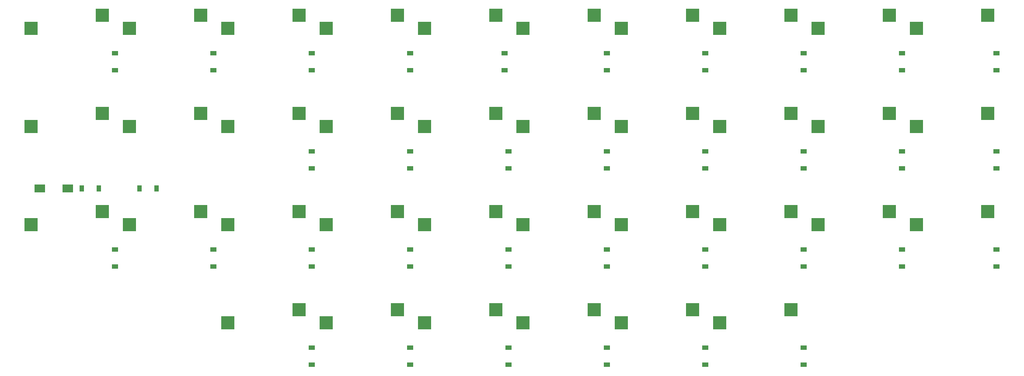
<source format=gbp>
%TF.GenerationSoftware,KiCad,Pcbnew,(5.1.12-1-10_14)*%
%TF.CreationDate,2022-02-07T22:24:56-07:00*%
%TF.ProjectId,youwu36,796f7577-7533-4362-9e6b-696361645f70,rev?*%
%TF.SameCoordinates,Original*%
%TF.FileFunction,Paste,Bot*%
%TF.FilePolarity,Positive*%
%FSLAX46Y46*%
G04 Gerber Fmt 4.6, Leading zero omitted, Abs format (unit mm)*
G04 Created by KiCad (PCBNEW (5.1.12-1-10_14)) date 2022-02-07 22:24:56*
%MOMM*%
%LPD*%
G01*
G04 APERTURE LIST*
%ADD10R,2.550000X2.500000*%
%ADD11R,2.000000X1.600000*%
%ADD12R,1.200000X0.900000*%
%ADD13R,0.900000X1.200000*%
G04 APERTURE END LIST*
D10*
%TO.C,SW23*%
X136340000Y-25778750D03*
X150190000Y-23238750D03*
%TD*%
%TO.C,SW36*%
X193490000Y-63878750D03*
X207340000Y-61338750D03*
%TD*%
%TO.C,SW35*%
X193490000Y-44828750D03*
X207340000Y-42288750D03*
%TD*%
%TO.C,SW24*%
X136340000Y-44828750D03*
X150190000Y-42288750D03*
%TD*%
%TO.C,SW25*%
X136340000Y-63878750D03*
X150190000Y-61338750D03*
%TD*%
%TO.C,SW26*%
X136340000Y-82928750D03*
X150190000Y-80388750D03*
%TD*%
%TO.C,SW27*%
X155390000Y-25778750D03*
X169240000Y-23238750D03*
%TD*%
%TO.C,SW28*%
X155390000Y-44828750D03*
X169240000Y-42288750D03*
%TD*%
%TO.C,SW29*%
X155390000Y-63878750D03*
X169240000Y-61338750D03*
%TD*%
%TO.C,SW30*%
X155390000Y-82928750D03*
X169240000Y-80388750D03*
%TD*%
%TO.C,SW31*%
X174440000Y-25778750D03*
X188290000Y-23238750D03*
%TD*%
%TO.C,SW32*%
X174440000Y-44828750D03*
X188290000Y-42288750D03*
%TD*%
%TO.C,SW33*%
X174440000Y-63878750D03*
X188290000Y-61338750D03*
%TD*%
%TO.C,SW34*%
X193490000Y-25778750D03*
X207340000Y-23238750D03*
%TD*%
%TO.C,SW22*%
X117290000Y-82928750D03*
X131140000Y-80388750D03*
%TD*%
%TO.C,SW18*%
X98240000Y-82928750D03*
X112090000Y-80388750D03*
%TD*%
%TO.C,SW15*%
X98240000Y-25778750D03*
X112090000Y-23238750D03*
%TD*%
%TO.C,SW13*%
X79190000Y-63878750D03*
X93040000Y-61338750D03*
%TD*%
%TO.C,SW11*%
X79190000Y-25778750D03*
X93040000Y-23238750D03*
%TD*%
%TO.C,SW14*%
X79190000Y-82928750D03*
X93040000Y-80388750D03*
%TD*%
%TO.C,SW17*%
X98240000Y-63878750D03*
X112090000Y-61338750D03*
%TD*%
%TO.C,SW12*%
X79190000Y-44828750D03*
X93040000Y-42288750D03*
%TD*%
%TO.C,SW16*%
X98240000Y-44828750D03*
X112090000Y-42288750D03*
%TD*%
%TO.C,SW19*%
X117290000Y-25778750D03*
X131140000Y-23238750D03*
%TD*%
%TO.C,SW20*%
X117290000Y-44828750D03*
X131140000Y-42288750D03*
%TD*%
%TO.C,SW21*%
X117290000Y-63878750D03*
X131140000Y-61338750D03*
%TD*%
D11*
%TO.C,SW37*%
X23725000Y-56893750D03*
X29125000Y-56893750D03*
%TD*%
D12*
%TO.C,D36*%
X208987500Y-68737500D03*
X208987500Y-72037500D03*
%TD*%
%TO.C,D35*%
X208987500Y-49687500D03*
X208987500Y-52987500D03*
%TD*%
%TO.C,D34*%
X208987500Y-30637500D03*
X208987500Y-33937500D03*
%TD*%
%TO.C,D33*%
X190731250Y-68737500D03*
X190731250Y-72037500D03*
%TD*%
%TO.C,D32*%
X190731250Y-49687500D03*
X190731250Y-52987500D03*
%TD*%
%TO.C,D31*%
X190731250Y-30637500D03*
X190731250Y-33937500D03*
%TD*%
%TO.C,D30*%
X171681250Y-87787500D03*
X171681250Y-91087500D03*
%TD*%
%TO.C,D29*%
X171681250Y-68737500D03*
X171681250Y-72037500D03*
%TD*%
%TO.C,D28*%
X171681250Y-49687500D03*
X171681250Y-52987500D03*
%TD*%
%TO.C,D27*%
X171681250Y-30637500D03*
X171681250Y-33937500D03*
%TD*%
%TO.C,D26*%
X152631250Y-87787500D03*
X152631250Y-91087500D03*
%TD*%
%TO.C,D25*%
X152631250Y-68737500D03*
X152631250Y-72037500D03*
%TD*%
%TO.C,D24*%
X152631250Y-49687500D03*
X152631250Y-52987500D03*
%TD*%
%TO.C,D23*%
X152631250Y-30637500D03*
X152631250Y-33937500D03*
%TD*%
%TO.C,D22*%
X133581250Y-87787500D03*
X133581250Y-91087500D03*
%TD*%
%TO.C,D21*%
X133581250Y-68737500D03*
X133581250Y-72037500D03*
%TD*%
%TO.C,D20*%
X133581250Y-49687500D03*
X133581250Y-52987500D03*
%TD*%
%TO.C,D19*%
X133581250Y-30637500D03*
X133581250Y-33937500D03*
%TD*%
%TO.C,D18*%
X114531250Y-87787500D03*
X114531250Y-91087500D03*
%TD*%
%TO.C,D17*%
X114531250Y-68737500D03*
X114531250Y-72037500D03*
%TD*%
%TO.C,D16*%
X114531250Y-49687500D03*
X114531250Y-52987500D03*
%TD*%
%TO.C,D15*%
X113737500Y-30637500D03*
X113737500Y-33937500D03*
%TD*%
%TO.C,D14*%
X95481250Y-87787500D03*
X95481250Y-91087500D03*
%TD*%
%TO.C,D13*%
X95481250Y-68737500D03*
X95481250Y-72037500D03*
%TD*%
%TO.C,D12*%
X95481250Y-49687500D03*
X95481250Y-52987500D03*
%TD*%
%TO.C,D11*%
X95481250Y-30637500D03*
X95481250Y-33937500D03*
%TD*%
%TO.C,D10*%
X76431250Y-87787500D03*
X76431250Y-91087500D03*
%TD*%
%TO.C,D9*%
X76431250Y-68737500D03*
X76431250Y-72037500D03*
%TD*%
%TO.C,D8*%
X76431250Y-49687500D03*
X76431250Y-52987500D03*
%TD*%
%TO.C,D7*%
X76431250Y-30637500D03*
X76431250Y-33937500D03*
%TD*%
%TO.C,D6*%
X57381250Y-68737500D03*
X57381250Y-72037500D03*
%TD*%
D13*
%TO.C,D5*%
X46331250Y-56893750D03*
X43031250Y-56893750D03*
%TD*%
D12*
%TO.C,D4*%
X57381250Y-30637500D03*
X57381250Y-33937500D03*
%TD*%
%TO.C,D3*%
X38331250Y-68737500D03*
X38331250Y-72037500D03*
%TD*%
D13*
%TO.C,D2*%
X31918750Y-56893750D03*
X35218750Y-56893750D03*
%TD*%
D12*
%TO.C,D1*%
X38331250Y-30637500D03*
X38331250Y-33937500D03*
%TD*%
D10*
%TO.C,SW10*%
X60140000Y-82928750D03*
X73990000Y-80388750D03*
%TD*%
%TO.C,SW9*%
X60140000Y-63878750D03*
X73990000Y-61338750D03*
%TD*%
%TO.C,SW8*%
X60140000Y-44828750D03*
X73990000Y-42288750D03*
%TD*%
%TO.C,SW7*%
X60140000Y-25778750D03*
X73990000Y-23238750D03*
%TD*%
%TO.C,SW6*%
X41090000Y-63878750D03*
X54940000Y-61338750D03*
%TD*%
%TO.C,SW5*%
X41090000Y-44828750D03*
X54940000Y-42288750D03*
%TD*%
%TO.C,SW4*%
X41090000Y-25778750D03*
X54940000Y-23238750D03*
%TD*%
%TO.C,SW3*%
X22040000Y-63878750D03*
X35890000Y-61338750D03*
%TD*%
%TO.C,SW2*%
X22040000Y-44828750D03*
X35890000Y-42288750D03*
%TD*%
%TO.C,SW1*%
X22040000Y-25778750D03*
X35890000Y-23238750D03*
%TD*%
M02*

</source>
